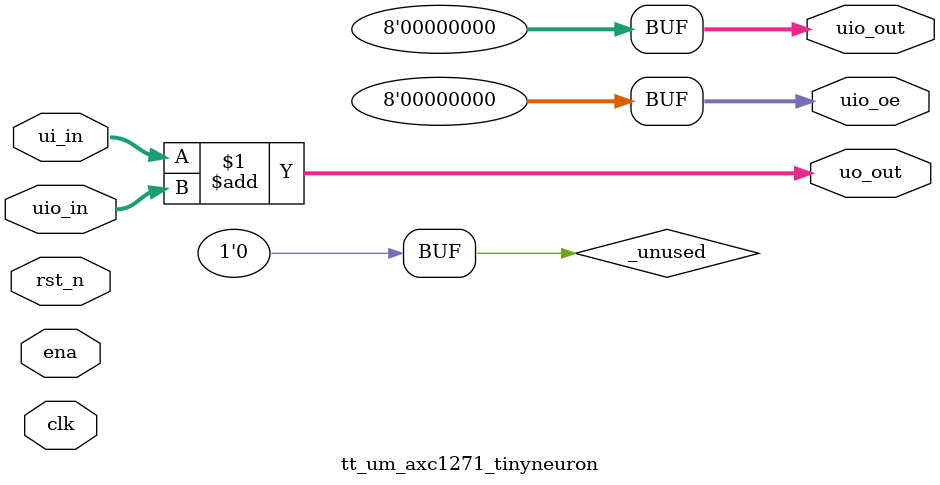
<source format=v>
/*
 * Copyright (c) 2024 Andrew Chen
 * SPDX-License-Identifier: Apache-2.0
 */

`default_nettype none

module tt_um_axc1271_tinyneuron (
    input  wire [7:0] ui_in,    // Dedicated inputs
    output wire [7:0] uo_out,   // Dedicated outputs
    input  wire [7:0] uio_in,   // IOs: Input path
    output wire [7:0] uio_out,  // IOs: Output path
    output wire [7:0] uio_oe,   // IOs: Enable path (active high: 0=input, 1=output)
    input  wire       ena,      // always 1 when the design is powered, so you can ignore it
    input  wire       clk,      // clock
    input  wire       rst_n     // reset_n - low to reset
);

  // All output pins must be assigned. If not used, assign to 0.
  assign uo_out  = ui_in + uio_in;  // Example: ou_out is the sum of ui_in and uio_in
  assign uio_out = 0;
  assign uio_oe  = 0;

  // List all unused inputs to prevent warnings
  wire _unused = &{ena, clk, rst_n, 1'b0};

endmodule

</source>
